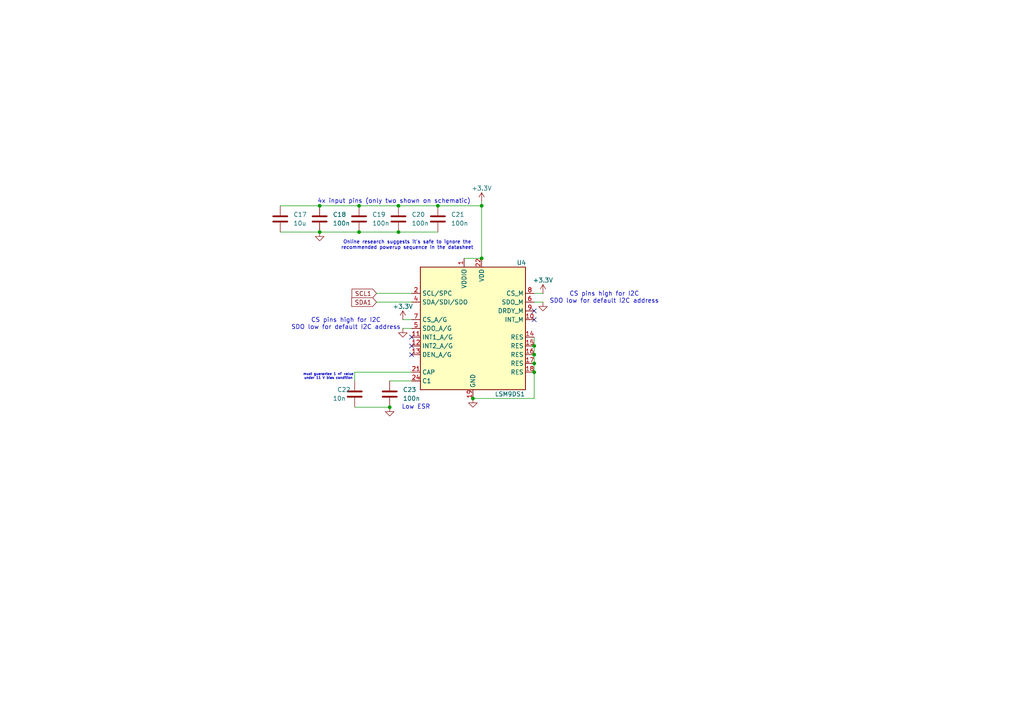
<source format=kicad_sch>
(kicad_sch (version 20231120) (generator "eeschema") (generator_version "8.0")
  (paper "A4")
  (lib_symbols
    (symbol "Device:C" (pin_numbers hide) (pin_names (offset 0.254))
      (property "Reference" "C" (at 0.635 2.54 0))
      (property "Value" "C" (at 0.635 -2.54 0))
      (symbol "C_0_1"
        (polyline (pts (xy -2.032 -0.762) (xy 2.032 -0.762)) (stroke (width 0.508)))
        (polyline (pts (xy -2.032 0.762) (xy 2.032 0.762)) (stroke (width 0.508)))
      )
      (symbol "C_1_1"
        (pin passive line (at 0 3.81 270) (length 2.794) (name "~") (number "1"))
        (pin passive line (at 0 -3.81 90) (length 2.794) (name "~") (number "2"))
      )
    )
    (symbol "Sensor_Motion:LSM9DS1"
      (property "Reference" "U" (at -15.24 21.59 0))
      (property "Value" "LSM9DS1" (at -15.24 19.05 0))
      (symbol "LSM9DS1_0_1"
        (rectangle (start -15.24 17.78) (end 15.24 -17.78) (stroke (width 0.254)) (fill (type background)))
      )
      (symbol "LSM9DS1_1_1"
        (pin power_in line (at -2.54 20.32 270) (length 2.54) (name "VDDIO") (number "1"))
        (pin output line (at 17.78 2.54 180) (length 2.54) (name "INT_M") (number "10"))
        (pin output line (at -17.78 -2.54 0) (length 2.54) (name "INT1_A/G") (number "11"))
        (pin output line (at -17.78 -5.08 0) (length 2.54) (name "INT2_A/G") (number "12"))
        (pin input line (at -17.78 -7.62 0) (length 2.54) (name "DEN_A/G") (number "13"))
        (pin bidirectional line (at 17.78 -2.54 180) (length 2.54) (name "RES") (number "14"))
        (pin bidirectional line (at 17.78 -5.08 180) (length 2.54) (name "RES") (number "15"))
        (pin bidirectional line (at 17.78 -7.62 180) (length 2.54) (name "RES") (number "16"))
        (pin bidirectional line (at 17.78 -10.16 180) (length 2.54) (name "RES") (number "17"))
        (pin bidirectional line (at 17.78 -12.7 180) (length 2.54) (name "RES") (number "18"))
        (pin power_in line (at 0 -20.32 90) (length 2.54) (name "GND") (number "19"))
        (pin input line (at -17.78 10.16 0) (length 2.54) (name "SCL/SPC") (number "2"))
        (pin passive line (at 0 -20.32 90) (length 2.54) hide (name "GND") (number "20"))
        (pin passive line (at -17.78 -12.7 0) (length 2.54) (name "CAP") (number "21"))
        (pin power_in line (at 2.54 20.32 270) (length 2.54) (name "VDD") (number "22"))
        (pin passive line (at 2.54 20.32 270) (length 2.54) hide (name "VDD") (number "23"))
        (pin passive line (at -17.78 -15.24 0) (length 2.54) (name "C1") (number "24"))
        (pin passive line (at -2.54 20.32 270) (length 2.54) hide (name "VDDIO") (number "3"))
        (pin bidirectional line (at -17.78 7.62 0) (length 2.54) (name "SDA/SDI/SDO") (number "4"))
        (pin output line (at -17.78 0 0) (length 2.54) (name "SDO_A/G") (number "5"))
        (pin output line (at 17.78 7.62 180) (length 2.54) (name "SDO_M") (number "6"))
        (pin input line (at -17.78 2.54 0) (length 2.54) (name "CS_A/G") (number "7"))
        (pin input line (at 17.78 10.16 180) (length 2.54) (name "CS_M") (number "8"))
        (pin output line (at 17.78 5.08 180) (length 2.54) (name "DRDY_M") (number "9"))
      )
    )
    (symbol "power:+3.3V" (power) (pin_numbers hide) (pin_names (offset 0) hide)
      (property "Value" "+3.3V" (at 0 3.556 0))
      (symbol "+3.3V_0_1"
        (polyline (pts (xy -0.762 1.27) (xy 0 2.54)))
        (polyline (pts (xy 0 0) (xy 0 2.54)))
        (polyline (pts (xy 0 2.54) (xy 0.762 1.27)))
      )
      (symbol "+3.3V_1_1"
        (pin power_in line (at 0 0 90) (length 0) (name "~") (number "1"))
      )
    )
    (symbol "power:GND" (power) (pin_numbers hide) (pin_names (offset 0) hide)
      (property "Value" "GND" (at 0 -3.81 0))
      (symbol "GND_0_1"
        (polyline (pts (xy 0 0) (xy 0 -1.27) (xy 1.27 -1.27) (xy 0 -2.54) (xy -1.27 -1.27) (xy 0 -1.27)))
      )
      (symbol "GND_1_1"
        (pin power_in line (at 0 0 270) (length 0) (name "~") (number "1"))
      )
    )
  )
  (junction (at 139.7 74.93))
  (junction (at 115.57 67.31))
  (junction (at 115.57 59.69))
  (junction (at 154.94 105.41))
  (junction (at 104.14 59.69))
  (junction (at 137.16 115.57))
  (junction (at 92.71 59.69))
  (junction (at 92.71 67.31))
  (junction (at 127 59.69))
  (junction (at 104.14 67.31))
  (junction (at 154.94 107.95))
  (junction (at 113.03 118.11))
  (junction (at 154.94 102.87))
  (junction (at 154.94 100.33))
  (junction (at 139.7 59.69))
  (no_connect (at 119.38 102.87))
  (no_connect (at 154.94 92.71))
  (no_connect (at 119.38 100.33))
  (no_connect (at 119.38 97.79))
  (no_connect (at 154.94 90.17))
  (wire (pts (xy 139.7 59.69) (xy 139.7 74.93)))
  (wire (pts (xy 81.28 59.69) (xy 92.71 59.69)))
  (wire (pts (xy 127 59.69) (xy 139.7 59.69)))
  (wire (pts (xy 116.84 92.71) (xy 119.38 92.71)))
  (wire (pts (xy 109.22 85.09) (xy 119.38 85.09)))
  (wire (pts (xy 154.94 85.09) (xy 157.48 85.09)))
  (wire (pts (xy 154.94 105.41) (xy 154.94 107.95)))
  (wire (pts (xy 81.28 67.31) (xy 92.71 67.31)))
  (wire (pts (xy 109.22 87.63) (xy 119.38 87.63)))
  (wire (pts (xy 154.94 102.87) (xy 154.94 105.41)))
  (wire (pts (xy 92.71 59.69) (xy 104.14 59.69)))
  (wire (pts (xy 134.62 74.93) (xy 139.7 74.93)))
  (wire (pts (xy 104.14 67.31) (xy 115.57 67.31)))
  (wire (pts (xy 102.87 118.11) (xy 113.03 118.11)))
  (wire (pts (xy 115.57 67.31) (xy 127 67.31)))
  (wire (pts (xy 115.57 59.69) (xy 127 59.69)))
  (wire (pts (xy 154.94 87.63) (xy 157.48 87.63)))
  (wire (pts (xy 113.03 110.49) (xy 119.38 110.49)))
  (wire (pts (xy 154.94 100.33) (xy 154.94 102.87)))
  (wire (pts (xy 137.16 115.57) (xy 154.94 115.57)))
  (wire (pts (xy 116.84 95.25) (xy 119.38 95.25)))
  (wire (pts (xy 92.71 67.31) (xy 104.14 67.31)))
  (wire (pts (xy 102.87 107.95) (xy 119.38 107.95)))
  (wire (pts (xy 104.14 59.69) (xy 115.57 59.69)))
  (wire (pts (xy 139.7 58.42) (xy 139.7 59.69)))
  (wire (pts (xy 154.94 107.95) (xy 154.94 115.57)))
  (wire (pts (xy 154.94 97.79) (xy 154.94 100.33)))
  (wire (pts (xy 102.87 107.95) (xy 102.87 110.49)))
  (text "CS pins high for I2C\nSDO low for default I2C address" (at 175.26 86.36 0) (effects (font (size 1.27 1.27))))
  (text "CS pins high for I2C\nSDO low for default I2C address" (at 100.33 93.98 0) (effects (font (size 1.27 1.27))))
  (text "Online research suggests it's safe to ignore the\nrecommended powerup sequence in the datasheet" (at 118.11 71.12 0) (effects (font (size 1 1))))
  (text "must guarantee 1 nF value\nunder 11 V bias condition" (at 95.25 109.22 0) (effects (font (size 0.7 0.7))))
  (text "Low ESR" (at 120.65 118.11 0) (effects (font (size 1.27 1.27))))
  (text "4x input pins (only two shown on schematic)" (at 114.3 58.42 0) (effects (font (size 1.27 1.27))))
  (global_label "SDA1" (shape input) (at 109.22 87.63 180) (property "Intersheetrefs" "${INTERSHEET_REFS}" (effects (hide yes))))
  (global_label "SCL1" (shape input) (at 109.22 85.09 180) (property "Intersheetrefs" "${INTERSHEET_REFS}" (effects (hide yes))))
  (symbol (lib_id "Device:C") (at 104.14 63.5 0) (unit 1)
    (property "Reference" "C19" (at 107.95 62.2299 0) (effects (justify left)))
    (property "Value" "100n" (at 107.95 64.7699 0) (effects (justify left)))
    (property "Footprint" "Capacitor_SMD:C_0805_2012Metric" (effects (hide yes)))
    (property "Description" "Unpolarized capacitor" (effects (hide yes)))
  )
  (symbol (lib_id "Device:C") (at 92.71 63.5 0) (unit 1)
    (property "Reference" "C18" (at 96.52 62.2299 0) (effects (justify left)))
    (property "Value" "100n" (at 96.52 64.7699 0) (effects (justify left)))
    (property "Footprint" "Capacitor_SMD:C_0805_2012Metric" (effects (hide yes)))
    (property "Description" "Unpolarized capacitor" (effects (hide yes)))
  )
  (symbol (lib_id "Device:C") (at 81.28 63.5 0) (unit 1)
    (property "Reference" "C17" (at 85.09 62.2299 0) (effects (justify left)))
    (property "Value" "10u" (at 85.09 64.7699 0) (effects (justify left)))
    (property "Footprint" "Capacitor_SMD:C_0805_2012Metric" (effects (hide yes)))
    (property "Description" "Unpolarized capacitor" (effects (hide yes)))
  )
  (symbol (lib_id "Device:C") (at 102.87 114.3 0) (unit 1)
    (property "Reference" "C22" (at 97.79 113.03 0) (effects (justify left)))
    (property "Value" "10n" (at 96.52 115.57 0) (effects (justify left)))
    (property "Footprint" "Capacitor_SMD:C_0805_2012Metric" (effects (hide yes)))
    (property "Description" "Unpolarized capacitor" (effects (hide yes)))
  )
  (symbol (lib_id "power:GND") (at 113.03 118.11 0) (unit 1)
    (property "Reference" "#PWR044" (effects (hide yes)))
    (property "Value" "GND" (effects (hide yes)))
    (property "Description" "Power symbol creates a global label with name \"GND\" , ground" (effects (hide yes)))
  )
  (symbol (lib_id "power:GND") (at 137.16 115.57 0) (unit 1)
    (property "Reference" "#PWR043" (effects (hide yes)))
    (property "Value" "GND" (effects (hide yes)))
    (property "Description" "Power symbol creates a global label with name \"GND\" , ground" (effects (hide yes)))
  )
  (symbol (lib_id "Device:C") (at 113.03 114.3 0) (unit 1)
    (property "Reference" "C23" (at 116.84 113.0299 0) (effects (justify left)))
    (property "Value" "100n" (at 116.84 115.5699 0) (effects (justify left)))
    (property "Footprint" "Capacitor_SMD:C_0805_2012Metric" (effects (hide yes)))
    (property "Description" "Unpolarized capacitor" (effects (hide yes)))
  )
  (symbol (lib_id "power:GND") (at 157.48 87.63 0) (unit 1)
    (property "Reference" "#PWR040" (effects (hide yes)))
    (property "Value" "GND" (effects (hide yes)))
    (property "Description" "Power symbol creates a global label with name \"GND\" , ground" (effects (hide yes)))
  )
  (symbol (lib_id "power:GND") (at 116.84 95.25 0) (unit 1)
    (property "Reference" "#PWR042" (effects (hide yes)))
    (property "Value" "GND" (effects (hide yes)))
    (property "Description" "Power symbol creates a global label with name \"GND\" , ground" (effects (hide yes)))
  )
  (symbol (lib_id "Device:C") (at 115.57 63.5 0) (unit 1)
    (property "Reference" "C20" (at 119.38 62.2299 0) (effects (justify left)))
    (property "Value" "100n" (at 119.38 64.7699 0) (effects (justify left)))
    (property "Footprint" "Capacitor_SMD:C_0805_2012Metric" (effects (hide yes)))
    (property "Description" "Unpolarized capacitor" (effects (hide yes)))
  )
  (symbol (lib_id "power:GND") (at 92.71 67.31 0) (unit 1)
    (property "Reference" "#PWR038" (effects (hide yes)))
    (property "Value" "GND" (effects (hide yes)))
    (property "Description" "Power symbol creates a global label with name \"GND\" , ground" (effects (hide yes)))
  )
  (symbol (lib_id "power:+3.3V") (at 116.84 92.71 0) (unit 1)
    (property "Reference" "#PWR041" (effects (hide yes)))
    (property "Value" "+3.3V" (at 116.84 88.9 0))
    (property "Description" "Power symbol creates a global label with name \"+3.3V\"" (effects (hide yes)))
  )
  (symbol (lib_id "Device:C") (at 127 63.5 0) (unit 1)
    (property "Reference" "C21" (at 130.81 62.2299 0) (effects (justify left)))
    (property "Value" "100n" (at 130.81 64.7699 0) (effects (justify left)))
    (property "Footprint" "Capacitor_SMD:C_0805_2012Metric" (effects (hide yes)))
    (property "Description" "Unpolarized capacitor" (effects (hide yes)))
  )
  (symbol (lib_id "power:+3.3V") (at 139.7 58.42 0) (unit 1)
    (property "Reference" "#PWR037" (effects (hide yes)))
    (property "Value" "+3.3V" (at 139.7 54.61 0))
    (property "Description" "Power symbol creates a global label with name \"+3.3V\"" (effects (hide yes)))
  )
  (symbol (lib_id "power:+3.3V") (at 157.48 85.09 0) (unit 1)
    (property "Reference" "#PWR039" (effects (hide yes)))
    (property "Value" "+3.3V" (at 157.48 81.28 0))
    (property "Description" "Power symbol creates a global label with name \"+3.3V\"" (effects (hide yes)))
  )
  (symbol (lib_id "Sensor_Motion:LSM9DS1") (at 137.16 95.25 0) (unit 1)
    (property "Reference" "U4" (at 149.86 76.2 0) (effects (justify left)))
    (property "Value" "LSM9DS1" (at 143.51 114.3 0) (effects (justify left)))
    (property "Footprint" "Package_LGA:LGA-24L_3x3.5mm_P0.43mm" (effects (hide yes)))
    (property "Datasheet" "https://www.digikey.com/htmldatasheets/production/1639232/0/0/1/LSM9DS1-Datasheet.pdf" (effects (hide yes)))
    (property "Description" "I2C SPI 9 axis IMU accelerometer gyroscope magnetometer" (effects (hide yes)))
  )
)
</source>
